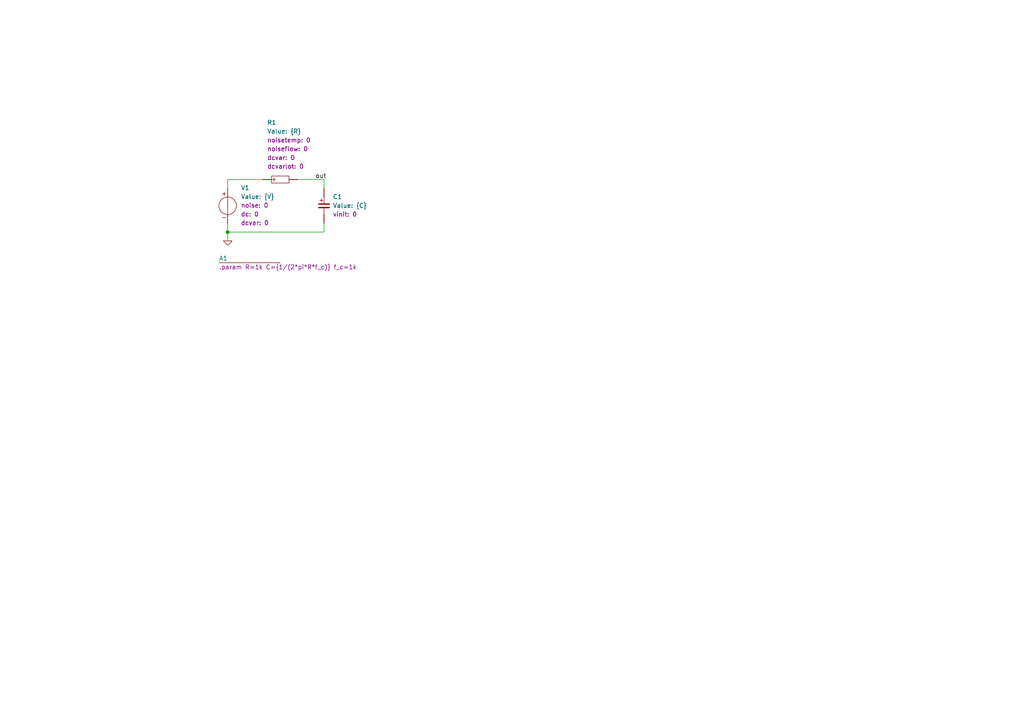
<source format=kicad_sch>
(kicad_sch (version 20230121) (generator eeschema)
  (paper "A4")
  (title_block (title "myFirstRCnetwork"))
  (lib_symbols
    (symbol "SLiCAP:C" (pin_numbers hide) (pin_names (offset 1.016) hide)
      (property "Reference" "C?" (at 13.97 3.81 0))
      (property "Value" "{C}" (at 12.7 1.27 0) (show_name))
      (property "vinit" "0" (at 16.51 -1.27 0) (show_name))
      (symbol "C_0_0"
        (text "+" (at 9.398 1.651 0) (effects (font (size 1.27 1.27))))
        (pin passive line (at 10.16 -5.08 90) (length 2.54) (name "1") (number "1"))
        (pin passive line (at 10.16 5.08 270) (length 2.54) (name "2") (number "2"))
      )
      (symbol "C_0_1"
        (polyline (pts (xy 8.636 -0.508) (xy 11.684 -0.508)) (stroke (width 0.381)))
        (polyline (pts (xy 8.636 0.508) (xy 11.684 0.508)) (stroke (width 0.381)))
        (polyline (pts (xy 10.16 -2.54) (xy 10.16 -0.508)))
        (polyline (pts (xy 10.16 2.54) (xy 10.16 0.508)))
      )
    )
    (symbol "SLiCAP:Command" (pin_numbers hide) (pin_names (offset 0) hide)
      (property "Reference" "A?" (at 0 1.27 0))
      (property "command" "?" (at 0 -1.905 0))
      (symbol "Command_0_1"
        (polyline (pts (xy 0 0) (xy 17.78 0)))
      )
    )
    (symbol "SLiCAP:R" (pin_numbers hide) (pin_names (offset 1.016) hide)
      (property "Reference" "R?" (at 12.065 3.81 0))
      (property "Value" "{R}" (at 12.065 1.905 0) (show_name))
      (property "noisetemp" "0" (at 12.065 0 0) (show_name))
      (property "noiseflow" "0" (at 25.4 0 0) (show_name))
      (property "dcvar" "0" (at 12.065 -1.905 0) (show_name))
      (property "dcvarlot" "0" (at 25.4 -1.905 0) (show_name))
      (symbol "R_0_0"
        (text "+" (at 10.16 1.905 0) (effects (font (size 1.27 1.27))))
        (pin passive line (at 10.16 -5.08 90) (length 2.54) (name "1") (number "1"))
        (pin passive line (at 10.16 5.08 270) (length 2.54) (name "2") (number "2"))
      )
      (symbol "R_0_1"
        (rectangle (start 9.144 2.54) (end 11.176 -2.54))
      )
    )
    (symbol "SLiCAP:V" (pin_numbers hide) (pin_names (offset 0) hide)
      (property "Reference" "V?" (at 3.175 4.445 0))
      (property "Value" "{V}" (at 3.175 2.54 0) (show_name))
      (property "noise" "0" (at 3.175 -3.175 0) (show_name))
      (property "dc" "0" (at 3.175 0.635 0) (show_name))
      (property "dcvar" "0" (at 3.175 -1.27 0) (show_name))
      (symbol "V_0_0"
        (circle (center 0 0) (radius 2.54))
        (text "+" (at -1.016 3.556 0) (effects (font (size 1.27 1.27))))
        (text "-" (at -1.016 -3.302 0) (effects (font (size 1.27 1.27))))
        (pin power_out line (at 0 5.08 270) (length 2.54) (name "p") (number "1"))
        (pin power_out line (at 0 -5.08 90) (length 2.54) (name "n") (number "2"))
      )
      (symbol "V_0_1"
        (polyline (pts (xy 0 2.54) (xy 0 -2.54)))
      )
    )
    (symbol "Simulation_SPICE:0" (power) (pin_names (offset 0))
      (property "Value" "0" (at 0 -1.778 0))
      (symbol "0_0_1"
        (polyline (pts (xy -1.27 0) (xy 0 -1.27) (xy 1.27 0) (xy -1.27 0)))
      )
      (symbol "0_1_1"
        (pin power_in line (at 0 0 0) (length 0) hide (name "0") (number "1"))
      )
    )
  )
  (junction (at 66.04 67.31))
  (wire (pts (xy 93.98 64.77) (xy 93.98 67.31)))
  (wire (pts (xy 66.04 67.31) (xy 93.98 67.31)))
  (wire (pts (xy 93.98 54.61) (xy 93.98 52.07)))
  (wire (pts (xy 66.04 52.07) (xy 66.04 54.61)))
  (wire (pts (xy 66.04 64.77) (xy 66.04 67.31)))
  (wire (pts (xy 66.04 67.31) (xy 66.04 69.85)))
  (wire (pts (xy 76.2 52.07) (xy 66.04 52.07)))
  (wire (pts (xy 93.98 52.07) (xy 86.36 52.07)))
  (label "out" (at 91.44 52.07 0))
  (symbol (lib_id "SLiCAP:V") (at 66.04 59.69 0) (unit 1)
    (property "Reference" "V1" (at 69.85 54.483 0) (effects (justify left)))
    (property "Value" "{V}" (at 69.85 57.023 0) (show_name) (effects (justify left)))
    (property "noise" "0" (at 69.85 59.563 0) (show_name) (effects (justify left)))
    (property "dc" "0" (at 69.85 62.103 0) (show_name) (effects (justify left)))
    (property "dcvar" "0" (at 69.85 64.643 0) (show_name) (effects (justify left)))
    (property "model" "V" (effects hide))
  )
  (symbol (lib_id "SLiCAP:C") (at 83.82 59.69 0) (unit 1)
    (property "Reference" "C1" (at 96.52 57.0837 0) (effects (justify left)))
    (property "Value" "{C}" (at 96.52 59.6237 0) (show_name) (effects (justify left)))
    (property "model" "C" (effects hide))
    (property "vinit" "0" (at 96.52 62.1637 0) (show_name) (effects (justify left)))
  )
  (symbol (lib_id "Simulation_SPICE:0") (at 66.04 69.85 0) (unit 1)
    (property "Reference" "#GND01" (effects hide))
    (property "Value" "0" (effects hide))
  )
  (symbol (lib_id "SLiCAP:Command") (at 63.5 76.2 0) (unit 1)
    (property "Reference" "A1" (at 63.5 74.93 0) (effects (justify left)))
    (property "command" ".param R=1k C={1/(2*pi*R*f_c)} f_c=1k" (at 63.5 77.47 0) (effects (justify left)))
  )
  (symbol (lib_id "SLiCAP:R") (at 81.28 62.23 90) (unit 1)
    (property "Reference" "R1" (at 77.47 35.56 90) (effects (justify right)))
    (property "Value" "{R}" (at 77.47 38.1 90) (show_name) (effects (justify right)))
    (property "model" "R" (effects hide))
    (property "noisetemp" "0" (at 77.47 40.64 90) (show_name) (effects (justify right)))
    (property "noiseflow" "0" (at 77.47 43.18 90) (show_name) (effects (justify right)))
    (property "dcvar" "0" (at 77.47 45.72 90) (show_name) (effects (justify right)))
    (property "dcvarlot" "0" (at 77.47 48.26 90) (show_name) (effects (justify right)))
  )
)
</source>
